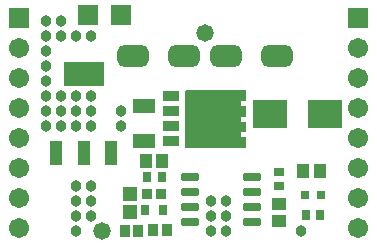
<source format=gts>
%FSTAX23Y23*%
%MOIN*%
%SFA1B1*%

%IPPOS*%
%AMD35*
4,1,8,-0.028600,0.008900,-0.028600,-0.008900,-0.022700,-0.014800,0.022700,-0.014800,0.028600,-0.008900,0.028600,0.008900,0.022700,0.014800,-0.022700,0.014800,-0.028600,0.008900,0.0*
1,1,0.011900,-0.022700,0.008900*
1,1,0.011900,-0.022700,-0.008900*
1,1,0.011900,0.022700,-0.008900*
1,1,0.011900,0.022700,0.008900*
%
%AMD36*
4,1,8,-0.032000,-0.035700,0.032000,-0.035700,0.051800,-0.015800,0.051800,0.015800,0.032000,0.035700,-0.032000,0.035700,-0.051800,0.015800,-0.051800,-0.015800,-0.032000,-0.035700,0.0*
1,1,0.039700,-0.032000,-0.015800*
1,1,0.039700,0.032000,-0.015800*
1,1,0.039700,0.032000,0.015800*
1,1,0.039700,-0.032000,0.015800*
%
%ADD21R,0.029530X0.035430*%
%ADD22R,0.031750X0.034180*%
%ADD24R,0.031500X0.035430*%
%ADD26R,0.029850X0.031970*%
%ADD28R,0.027560X0.025590*%
%ADD29R,0.031970X0.029850*%
%ADD34R,0.035000X0.041470*%
G04~CAMADD=35~8~0.0~0.0~296.5~572.1~59.5~0.0~15~0.0~0.0~0.0~0.0~0~0.0~0.0~0.0~0.0~0~0.0~0.0~0.0~90.0~572.0~296.0*
%ADD35D35*%
G04~CAMADD=36~8~0.0~0.0~1036.7~713.9~198.5~0.0~15~0.0~0.0~0.0~0.0~0~0.0~0.0~0.0~0.0~0~0.0~0.0~0.0~180.0~1036.0~713.0*
%ADD36D36*%
%ADD37R,0.043430X0.082800*%
%ADD38R,0.133980X0.082800*%
%ADD39R,0.043430X0.049340*%
%ADD40R,0.045400X0.045400*%
%ADD41R,0.035560X0.041470*%
%ADD42R,0.049340X0.043430*%
%ADD43R,0.114300X0.094610*%
%ADD44R,0.055240X0.033590*%
%ADD45R,0.074140X0.047370*%
%ADD46R,0.068000X0.068000*%
%ADD47R,0.067060X0.067060*%
%ADD48C,0.067060*%
%ADD49C,0.038000*%
%ADD50C,0.058000*%
%LNboost-shield-v1.5-1*%
%LPD*%
G36*
X00815Y00521D02*
X00815Y00521D01*
X00816Y00521*
X00816Y0052*
X00817Y0052*
X00817Y0052*
X00818Y00519*
X00818Y00519*
X00818Y00519*
X00818Y00518*
X00818Y00518*
X00818Y00517*
Y00489*
X00818Y00489*
X00818Y00488*
X00818Y00488*
X00818Y00487*
X00818Y00487*
X00817Y00487*
X00817Y00486*
X00816Y00486*
X00816Y00486*
X00815Y00486*
X00815Y00485*
X00814Y00485*
X00799*
Y00468*
X00814*
X00815Y00468*
X00815Y00468*
X00816Y00468*
X00816Y00468*
X00817Y00468*
X00817Y00467*
X00818Y00467*
X00818Y00466*
X00818Y00466*
X00818Y00466*
X00818Y00465*
X00818Y00464*
Y00437*
X00818Y00436*
X00818Y00436*
X00818Y00435*
X00818Y00435*
X00818Y00434*
X00817Y00434*
X00817Y00434*
X00816Y00433*
X00816Y00433*
X00815Y00433*
X00815Y00433*
X00814Y00433*
X00799*
Y00416*
X00814*
X00815Y00416*
X00815Y00416*
X00816Y00416*
X00816Y00416*
X00817Y00415*
X00817Y00415*
X00818Y00415*
X00818Y00414*
X00818Y00414*
X00818Y00413*
X00818Y00413*
X00818Y00412*
Y00385*
X00818Y00384*
X00818Y00384*
X00818Y00383*
X00818Y00383*
X00818Y00382*
X00817Y00382*
X00817Y00381*
X00816Y00381*
X00816Y00381*
X00815Y00381*
X00815Y00381*
X00814Y00381*
X00799*
Y00364*
X00814*
X00815Y00364*
X00815Y00363*
X00816Y00363*
X00816Y00363*
X00817Y00363*
X00817Y00362*
X00818Y00362*
X00818Y00362*
X00818Y00361*
X00818Y00361*
X00818Y0036*
X00818Y0036*
Y00332*
X00818Y00331*
X00818Y00331*
X00818Y0033*
X00818Y0033*
X00818Y0033*
X00817Y00329*
X00817Y00329*
X00816Y00329*
X00816Y00328*
X00815Y00328*
X00815Y00328*
X00814Y00328*
X00617*
X00617Y00328*
X00616Y00328*
X00616Y00328*
X00615Y00329*
X00615Y00329*
X00615Y00329*
X00614Y0033*
X00614Y0033*
X00614Y0033*
X00614Y00331*
X00614Y00331*
X00613Y00332*
Y00517*
X00614Y00518*
X00614Y00518*
X00614Y00519*
X00614Y00519*
X00614Y00519*
X00615Y0052*
X00615Y0052*
X00615Y0052*
X00616Y00521*
X00616Y00521*
X00617Y00521*
X00617Y00521*
X00814*
X00815Y00521*
G37*
G54D21*
X00487Y0023D03*
X00535D03*
G54D22*
X00485Y00175D03*
X00534D03*
G54D24*
X0048Y0012D03*
X00539D03*
G54D26*
X01064Y00105D03*
X01015D03*
G54D28*
X01065Y0017D03*
X01013D03*
G54D29*
X00925Y00249D03*
Y002D03*
G54D34*
X00458Y00053D03*
X00413D03*
G54D35*
X00838Y0008D03*
Y0013D03*
Y0018D03*
Y0023D03*
X00631Y0008D03*
Y0013D03*
Y0018D03*
Y0023D03*
G54D36*
X0061Y00635D03*
X00441D03*
X0092D03*
X00751D03*
G54D37*
X00184Y00313D03*
X00275D03*
X00365D03*
G54D38*
X00275Y00576D03*
G54D39*
X00537Y00285D03*
X00482D03*
X01006Y0025D03*
X01063D03*
G54D40*
X0043Y00115D03*
Y00174D03*
G54D41*
X00554Y00055D03*
X00505D03*
G54D42*
X00925Y00085D03*
Y00142D03*
G54D43*
X0108Y0044D03*
X00895D03*
G54D44*
X0079Y00504D03*
Y00451D03*
Y00399D03*
Y00346D03*
X00568Y0035D03*
Y004D03*
Y0045D03*
Y005D03*
G54D45*
X00475Y00352D03*
Y00467D03*
G54D46*
X004Y0077D03*
X0029D03*
G54D47*
X0119Y0076D03*
X0006D03*
G54D48*
X0119Y0066D03*
Y0056D03*
Y0046D03*
Y0036D03*
Y0026D03*
Y0016D03*
Y0006D03*
X0006Y0066D03*
Y0056D03*
Y0046D03*
Y0036D03*
Y0026D03*
Y0016D03*
Y0006D03*
G54D49*
X01Y0005D03*
X0075Y0015D03*
Y001D03*
Y0005D03*
X007Y0015D03*
Y001D03*
Y0005D03*
X004Y0045D03*
Y004D03*
X003Y007D03*
Y005D03*
Y0045D03*
Y004D03*
Y002D03*
Y0015D03*
Y001D03*
X0025Y007D03*
Y005D03*
Y0045D03*
Y004D03*
Y002D03*
Y0015D03*
Y001D03*
Y0005D03*
X002Y0075D03*
Y007D03*
Y005D03*
Y0045D03*
Y004D03*
X0015Y0075D03*
Y007D03*
Y0065D03*
Y006D03*
Y0055D03*
Y005D03*
Y0045D03*
Y004D03*
G54D50*
X00335Y0005D03*
X0068Y0071D03*
M02*
</source>
